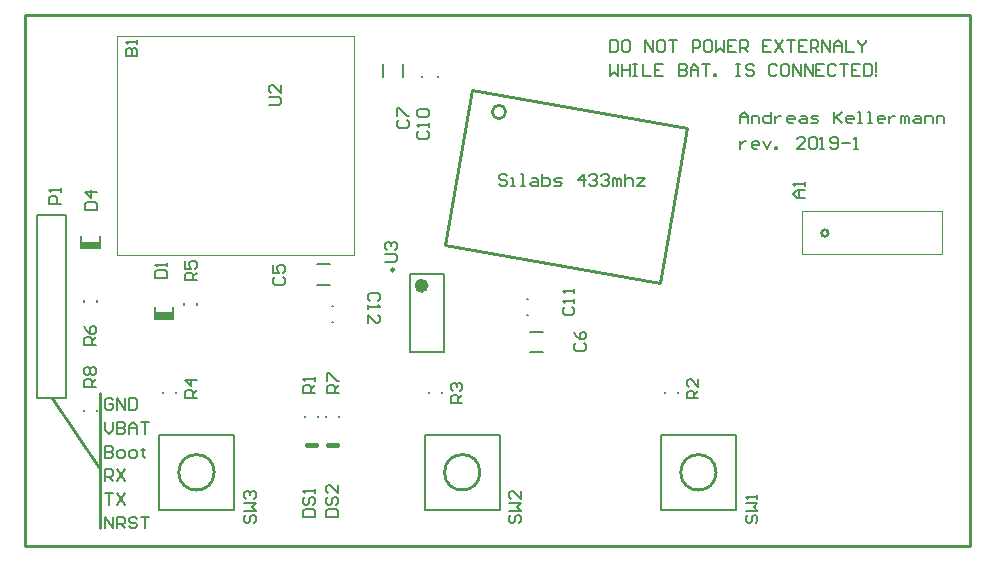
<source format=gto>
G04*
G04 #@! TF.GenerationSoftware,Altium Limited,Altium Designer,19.0.15 (446)*
G04*
G04 Layer_Color=65535*
%FSLAX25Y25*%
%MOIN*%
G70*
G01*
G75*
%ADD10C,0.01000*%
%ADD11C,0.00984*%
%ADD12C,0.02362*%
%ADD13C,0.00787*%
%ADD14C,0.00394*%
%ADD15C,0.01575*%
%ADD16R,0.06299X0.02362*%
D10*
X150308Y134899D02*
G03*
X150308Y134899I-2236J0D01*
G01*
X257831Y94488D02*
G03*
X257831Y94488I-1118J0D01*
G01*
X53150Y14764D02*
G03*
X53150Y14764I-5906J0D01*
G01*
X220472D02*
G03*
X220472Y14764I-5906J0D01*
G01*
X141732D02*
G03*
X141732Y14764I-5906J0D01*
G01*
X14961Y-3937D02*
X14961Y41142D01*
Y15748D02*
Y41142D01*
X-984Y39370D02*
X14961Y15748D01*
X201648Y78025D02*
X210720Y129475D01*
X130114Y90639D02*
X201648Y78025D01*
X130114Y90639D02*
X139186Y142089D01*
X210720Y129475D01*
X-9843Y-9843D02*
X305118D01*
Y167323D01*
X-9843D02*
X305118D01*
X-9843Y-9843D02*
Y167323D01*
D11*
X113130Y82284D02*
G03*
X113130Y82284I-492J0D01*
G01*
D12*
X123465Y76968D02*
G03*
X123465Y76968I-1181J0D01*
G01*
D13*
X13976Y35236D02*
Y35630D01*
X9646Y35236D02*
Y35630D01*
X158268Y54724D02*
X162598D01*
X158268Y61417D02*
X162598D01*
X157283Y67224D02*
X157677D01*
X157283Y72539D02*
X157677D01*
X118347Y54921D02*
Y80905D01*
X129764Y54921D02*
Y80905D01*
X118347D02*
X129764D01*
X118347Y54921D02*
X129764D01*
X115984Y146457D02*
Y150787D01*
X109291Y146457D02*
Y150787D01*
X127657Y146457D02*
Y146850D01*
X122343Y146457D02*
Y146850D01*
X8661Y89478D02*
X14961D01*
Y93415D01*
X8661Y89478D02*
Y93415D01*
X3917Y39469D02*
Y100453D01*
X-5886Y39469D02*
Y100453D01*
Y39469D02*
X3917D01*
X-5886Y100453D02*
X3917D01*
X13976Y71653D02*
Y72047D01*
X9646Y71653D02*
Y72047D01*
X43110Y70669D02*
Y71063D01*
X47441Y70669D02*
Y71063D01*
X33268Y65945D02*
Y69882D01*
X39567Y65945D02*
Y69882D01*
X33268Y65945D02*
X39567D01*
X87402Y84055D02*
X91732D01*
X87402Y77362D02*
X91732D01*
X92323Y70177D02*
X92716D01*
X92323Y64862D02*
X92716D01*
X94685Y33268D02*
Y33661D01*
X90354Y33268D02*
Y33661D01*
X83465Y33268D02*
Y33661D01*
X87795Y33268D02*
Y33661D01*
X36220Y41142D02*
Y41535D01*
X40551D02*
X40551Y41142D01*
X59685Y2323D02*
Y27165D01*
X34843D02*
X59685D01*
X34843Y2323D02*
Y27165D01*
Y2323D02*
X59685D01*
X203583Y41142D02*
Y41535D01*
X207913Y41142D02*
Y41535D01*
X227008Y2323D02*
Y27165D01*
X202165D02*
X227008D01*
X202165Y2323D02*
Y27165D01*
Y2323D02*
X227008D01*
X129173Y41142D02*
Y41535D01*
X124843D02*
X124843Y41142D01*
X148268Y2323D02*
Y27165D01*
X123425D02*
X148268D01*
X123425Y2323D02*
Y27165D01*
Y2323D02*
X148268D01*
X228346Y125127D02*
Y122503D01*
Y123815D01*
X229002Y124471D01*
X229658Y125127D01*
X230314D01*
X234250Y122503D02*
X232938D01*
X232282Y123159D01*
Y124471D01*
X232938Y125127D01*
X234250D01*
X234906Y124471D01*
Y123815D01*
X232282D01*
X236218Y125127D02*
X237530Y122503D01*
X238842Y125127D01*
X240154Y122503D02*
Y123159D01*
X240810D01*
Y122503D01*
X240154D01*
X249993D02*
X247369D01*
X249993Y125127D01*
Y125783D01*
X249337Y126439D01*
X248025D01*
X247369Y125783D01*
X251305D02*
X251961Y126439D01*
X253273D01*
X253929Y125783D01*
Y123159D01*
X253273Y122503D01*
X251961D01*
X251305Y123159D01*
Y125783D01*
X255241Y122503D02*
X256553D01*
X255897D01*
Y126439D01*
X255241Y125783D01*
X258521Y123159D02*
X259176Y122503D01*
X260488D01*
X261144Y123159D01*
Y125783D01*
X260488Y126439D01*
X259176D01*
X258521Y125783D01*
Y125127D01*
X259176Y124471D01*
X261144D01*
X262456D02*
X265080D01*
X266392Y122503D02*
X267704D01*
X267048D01*
Y126439D01*
X266392Y125783D01*
X228346Y131068D02*
Y133692D01*
X229658Y135004D01*
X230970Y133692D01*
Y131068D01*
Y133036D01*
X228346D01*
X232282Y131068D02*
Y133692D01*
X234250D01*
X234906Y133036D01*
Y131068D01*
X238842Y135004D02*
Y131068D01*
X236874D01*
X236218Y131724D01*
Y133036D01*
X236874Y133692D01*
X238842D01*
X240154D02*
Y131068D01*
Y132380D01*
X240810Y133036D01*
X241466Y133692D01*
X242122D01*
X246057Y131068D02*
X244745D01*
X244089Y131724D01*
Y133036D01*
X244745Y133692D01*
X246057D01*
X246713Y133036D01*
Y132380D01*
X244089D01*
X248681Y133692D02*
X249993D01*
X250649Y133036D01*
Y131068D01*
X248681D01*
X248025Y131724D01*
X248681Y132380D01*
X250649D01*
X251961Y131068D02*
X253929D01*
X254585Y131724D01*
X253929Y132380D01*
X252617D01*
X251961Y133036D01*
X252617Y133692D01*
X254585D01*
X259832Y135004D02*
Y131068D01*
Y132380D01*
X262456Y135004D01*
X260488Y133036D01*
X262456Y131068D01*
X265736D02*
X264424D01*
X263768Y131724D01*
Y133036D01*
X264424Y133692D01*
X265736D01*
X266392Y133036D01*
Y132380D01*
X263768D01*
X267704Y131068D02*
X269016D01*
X268360D01*
Y135004D01*
X267704D01*
X270984Y131068D02*
X272296D01*
X271640D01*
Y135004D01*
X270984D01*
X276231Y131068D02*
X274919D01*
X274263Y131724D01*
Y133036D01*
X274919Y133692D01*
X276231D01*
X276887Y133036D01*
Y132380D01*
X274263D01*
X278199Y133692D02*
Y131068D01*
Y132380D01*
X278855Y133036D01*
X279511Y133692D01*
X280167D01*
X282135Y131068D02*
Y133692D01*
X282791D01*
X283447Y133036D01*
Y131068D01*
Y133036D01*
X284103Y133692D01*
X284759Y133036D01*
Y131068D01*
X286727Y133692D02*
X288038D01*
X288695Y133036D01*
Y131068D01*
X286727D01*
X286071Y131724D01*
X286727Y132380D01*
X288695D01*
X290006Y131068D02*
Y133692D01*
X291974D01*
X292630Y133036D01*
Y131068D01*
X293942D02*
Y133692D01*
X295910D01*
X296566Y133036D01*
Y131068D01*
X185039Y150786D02*
Y146850D01*
X186351Y148162D01*
X187663Y146850D01*
Y150786D01*
X188975D02*
Y146850D01*
Y148818D01*
X191599D01*
Y150786D01*
Y146850D01*
X192911Y150786D02*
X194223D01*
X193567D01*
Y146850D01*
X192911D01*
X194223D01*
X196191Y150786D02*
Y146850D01*
X198814D01*
X202750Y150786D02*
X200126D01*
Y146850D01*
X202750D01*
X200126Y148818D02*
X201438D01*
X207998Y150786D02*
Y146850D01*
X209966D01*
X210622Y147506D01*
Y148162D01*
X209966Y148818D01*
X207998D01*
X209966D01*
X210622Y149474D01*
Y150130D01*
X209966Y150786D01*
X207998D01*
X211934Y146850D02*
Y149474D01*
X213246Y150786D01*
X214557Y149474D01*
Y146850D01*
Y148818D01*
X211934D01*
X215869Y150786D02*
X218493D01*
X217181D01*
Y146850D01*
X219805D02*
Y147506D01*
X220461D01*
Y146850D01*
X219805D01*
X227021Y150786D02*
X228332D01*
X227677D01*
Y146850D01*
X227021D01*
X228332D01*
X232924Y150130D02*
X232268Y150786D01*
X230956D01*
X230300Y150130D01*
Y149474D01*
X230956Y148818D01*
X232268D01*
X232924Y148162D01*
Y147506D01*
X232268Y146850D01*
X230956D01*
X230300Y147506D01*
X240796Y150130D02*
X240140Y150786D01*
X238828D01*
X238172Y150130D01*
Y147506D01*
X238828Y146850D01*
X240140D01*
X240796Y147506D01*
X244075Y150786D02*
X242763D01*
X242108Y150130D01*
Y147506D01*
X242763Y146850D01*
X244075D01*
X244731Y147506D01*
Y150130D01*
X244075Y150786D01*
X246043Y146850D02*
Y150786D01*
X248667Y146850D01*
Y150786D01*
X249979Y146850D02*
Y150786D01*
X252603Y146850D01*
Y150786D01*
X256539D02*
X253915D01*
Y146850D01*
X256539D01*
X253915Y148818D02*
X255227D01*
X260474Y150130D02*
X259818Y150786D01*
X258506D01*
X257851Y150130D01*
Y147506D01*
X258506Y146850D01*
X259818D01*
X260474Y147506D01*
X261786Y150786D02*
X264410D01*
X263098D01*
Y146850D01*
X268346Y150786D02*
X265722D01*
Y146850D01*
X268346D01*
X265722Y148818D02*
X267034D01*
X269658Y150786D02*
Y146850D01*
X271626D01*
X272282Y147506D01*
Y150130D01*
X271626Y150786D01*
X269658D01*
X273593Y148162D02*
Y151442D01*
Y147506D02*
Y146850D01*
X185039Y158857D02*
Y154921D01*
X187007D01*
X187663Y155577D01*
Y158201D01*
X187007Y158857D01*
X185039D01*
X190943D02*
X189631D01*
X188975Y158201D01*
Y155577D01*
X189631Y154921D01*
X190943D01*
X191599Y155577D01*
Y158201D01*
X190943Y158857D01*
X196847Y154921D02*
Y158857D01*
X199470Y154921D01*
Y158857D01*
X202750D02*
X201438D01*
X200782Y158201D01*
Y155577D01*
X201438Y154921D01*
X202750D01*
X203406Y155577D01*
Y158201D01*
X202750Y158857D01*
X204718D02*
X207342D01*
X206030D01*
Y154921D01*
X212590D02*
Y158857D01*
X214557D01*
X215213Y158201D01*
Y156889D01*
X214557Y156233D01*
X212590D01*
X218493Y158857D02*
X217181D01*
X216525Y158201D01*
Y155577D01*
X217181Y154921D01*
X218493D01*
X219149Y155577D01*
Y158201D01*
X218493Y158857D01*
X220461D02*
Y154921D01*
X221773Y156233D01*
X223085Y154921D01*
Y158857D01*
X227021D02*
X224397D01*
Y154921D01*
X227021D01*
X224397Y156889D02*
X225709D01*
X228332Y154921D02*
Y158857D01*
X230300D01*
X230956Y158201D01*
Y156889D01*
X230300Y156233D01*
X228332D01*
X229644D02*
X230956Y154921D01*
X238828Y158857D02*
X236204D01*
Y154921D01*
X238828D01*
X236204Y156889D02*
X237516D01*
X240140Y158857D02*
X242763Y154921D01*
Y158857D02*
X240140Y154921D01*
X244075Y158857D02*
X246699D01*
X245387D01*
Y154921D01*
X250635Y158857D02*
X248011D01*
Y154921D01*
X250635D01*
X248011Y156889D02*
X249323D01*
X251947Y154921D02*
Y158857D01*
X253915D01*
X254571Y158201D01*
Y156889D01*
X253915Y156233D01*
X251947D01*
X253259D02*
X254571Y154921D01*
X255883D02*
Y158857D01*
X258506Y154921D01*
Y158857D01*
X259818Y154921D02*
Y157545D01*
X261130Y158857D01*
X262442Y157545D01*
Y154921D01*
Y156889D01*
X259818D01*
X263754Y158857D02*
Y154921D01*
X266378D01*
X267690Y158857D02*
Y158201D01*
X269002Y156889D01*
X270314Y158201D01*
Y158857D01*
X269002Y156889D02*
Y154921D01*
X150696Y113402D02*
X150040Y114058D01*
X148728D01*
X148072Y113402D01*
Y112747D01*
X148728Y112091D01*
X150040D01*
X150696Y111435D01*
Y110779D01*
X150040Y110123D01*
X148728D01*
X148072Y110779D01*
X152008Y110123D02*
X153320D01*
X152664D01*
Y112747D01*
X152008D01*
X155288Y110123D02*
X156600D01*
X155944D01*
Y114058D01*
X155288D01*
X159224Y112747D02*
X160536D01*
X161191Y112091D01*
Y110123D01*
X159224D01*
X158568Y110779D01*
X159224Y111435D01*
X161191D01*
X162503Y114058D02*
Y110123D01*
X164471D01*
X165127Y110779D01*
Y111435D01*
Y112091D01*
X164471Y112747D01*
X162503D01*
X166439Y110123D02*
X168407D01*
X169063Y110779D01*
X168407Y111435D01*
X167095D01*
X166439Y112091D01*
X167095Y112747D01*
X169063D01*
X176278Y110123D02*
Y114058D01*
X174311Y112091D01*
X176934D01*
X178246Y113402D02*
X178902Y114058D01*
X180214D01*
X180870Y113402D01*
Y112747D01*
X180214Y112091D01*
X179558D01*
X180214D01*
X180870Y111435D01*
Y110779D01*
X180214Y110123D01*
X178902D01*
X178246Y110779D01*
X182182Y113402D02*
X182838Y114058D01*
X184150D01*
X184806Y113402D01*
Y112747D01*
X184150Y112091D01*
X183494D01*
X184150D01*
X184806Y111435D01*
Y110779D01*
X184150Y110123D01*
X182838D01*
X182182Y110779D01*
X186118Y110123D02*
Y112747D01*
X186774D01*
X187430Y112091D01*
Y110123D01*
Y112091D01*
X188086Y112747D01*
X188742Y112091D01*
Y110123D01*
X190054Y114058D02*
Y110123D01*
Y112091D01*
X190709Y112747D01*
X192022D01*
X192677Y112091D01*
Y110123D01*
X193989Y112747D02*
X196613D01*
X193989Y110123D01*
X196613D01*
X16878Y-3937D02*
Y-1D01*
X19502Y-3937D01*
Y-1D01*
X20814Y-3937D02*
Y-1D01*
X22782D01*
X23438Y-657D01*
Y-1969D01*
X22782Y-2625D01*
X20814D01*
X22126D02*
X23438Y-3937D01*
X27373Y-657D02*
X26717Y-1D01*
X25405D01*
X24749Y-657D01*
Y-1313D01*
X25405Y-1969D01*
X26717D01*
X27373Y-2625D01*
Y-3281D01*
X26717Y-3937D01*
X25405D01*
X24749Y-3281D01*
X28685Y-1D02*
X31309D01*
X29997D01*
Y-3937D01*
X16878Y7873D02*
X19502D01*
X18190D01*
Y3937D01*
X20814Y7873D02*
X23438Y3937D01*
Y7873D02*
X20814Y3937D01*
X16878Y11811D02*
Y15747D01*
X18846D01*
X19502Y15091D01*
Y13779D01*
X18846Y13123D01*
X16878D01*
X18190D02*
X19502Y11811D01*
X20814Y15747D02*
X23438Y11811D01*
Y15747D02*
X20814Y11811D01*
X16878Y23621D02*
Y19685D01*
X18846D01*
X19502Y20341D01*
Y20997D01*
X18846Y21653D01*
X16878D01*
X18846D01*
X19502Y22309D01*
Y22965D01*
X18846Y23621D01*
X16878D01*
X21470Y19685D02*
X22782D01*
X23438Y20341D01*
Y21653D01*
X22782Y22309D01*
X21470D01*
X20814Y21653D01*
Y20341D01*
X21470Y19685D01*
X25405D02*
X26717D01*
X27373Y20341D01*
Y21653D01*
X26717Y22309D01*
X25405D01*
X24749Y21653D01*
Y20341D01*
X25405Y19685D01*
X29341Y22965D02*
Y22309D01*
X28685D01*
X29997D01*
X29341D01*
Y20341D01*
X29997Y19685D01*
X16878Y31495D02*
Y28871D01*
X18190Y27559D01*
X19502Y28871D01*
Y31495D01*
X20814D02*
Y27559D01*
X22782D01*
X23438Y28215D01*
Y28871D01*
X22782Y29527D01*
X20814D01*
X22782D01*
X23438Y30183D01*
Y30839D01*
X22782Y31495D01*
X20814D01*
X24749Y27559D02*
Y30183D01*
X26061Y31495D01*
X27373Y30183D01*
Y27559D01*
Y29527D01*
X24749D01*
X28685Y31495D02*
X31309D01*
X29997D01*
Y27559D01*
X19502Y38713D02*
X18846Y39369D01*
X17534D01*
X16878Y38713D01*
Y36089D01*
X17534Y35433D01*
X18846D01*
X19502Y36089D01*
Y37401D01*
X18190D01*
X20814Y35433D02*
Y39369D01*
X23438Y35433D01*
Y39369D01*
X24749D02*
Y35433D01*
X26717D01*
X27373Y36089D01*
Y38713D01*
X26717Y39369D01*
X24749D01*
X13780Y43307D02*
X9844D01*
Y45275D01*
X10500Y45931D01*
X11812D01*
X12468Y45275D01*
Y43307D01*
Y44619D02*
X13780Y45931D01*
X10500Y47243D02*
X9844Y47899D01*
Y49211D01*
X10500Y49867D01*
X11156D01*
X11812Y49211D01*
X12468Y49867D01*
X13124D01*
X13780Y49211D01*
Y47899D01*
X13124Y47243D01*
X12468D01*
X11812Y47899D01*
X11156Y47243D01*
X10500D01*
X11812Y47899D02*
Y49211D01*
X121563Y128608D02*
X120907Y127952D01*
Y126640D01*
X121563Y125984D01*
X124187D01*
X124843Y126640D01*
Y127952D01*
X124187Y128608D01*
X124843Y129920D02*
Y131232D01*
Y130576D01*
X120907D01*
X121563Y129920D01*
Y133200D02*
X120907Y133856D01*
Y135168D01*
X121563Y135824D01*
X124187D01*
X124843Y135168D01*
Y133856D01*
X124187Y133200D01*
X121563D01*
X94685Y41142D02*
X90749D01*
Y43110D01*
X91405Y43766D01*
X92717D01*
X93373Y43110D01*
Y41142D01*
Y42454D02*
X94685Y43766D01*
X90749Y45077D02*
Y47701D01*
X91405D01*
X94029Y45077D01*
X94685D01*
X90552Y0D02*
X94488D01*
Y1968D01*
X93832Y2624D01*
X91208D01*
X90552Y1968D01*
Y0D01*
X91208Y6560D02*
X90552Y5904D01*
Y4592D01*
X91208Y3936D01*
X91864D01*
X92520Y4592D01*
Y5904D01*
X93176Y6560D01*
X93832D01*
X94488Y5904D01*
Y4592D01*
X93832Y3936D01*
X94488Y10495D02*
Y7871D01*
X91864Y10495D01*
X91208D01*
X90552Y9839D01*
Y8527D01*
X91208Y7871D01*
X47441Y78740D02*
X43505D01*
Y80708D01*
X44161Y81364D01*
X45473D01*
X46129Y80708D01*
Y78740D01*
Y80052D02*
X47441Y81364D01*
X43505Y85300D02*
Y82676D01*
X45473D01*
X44817Y83988D01*
Y84644D01*
X45473Y85300D01*
X46785D01*
X47441Y84644D01*
Y83332D01*
X46785Y82676D01*
X63649Y655D02*
X62993Y-1D01*
Y-1312D01*
X63649Y-1969D01*
X64305D01*
X64961Y-1312D01*
Y-1D01*
X65617Y655D01*
X66273D01*
X66929Y-1D01*
Y-1312D01*
X66273Y-1969D01*
X62993Y1967D02*
X66929D01*
X65617Y3279D01*
X66929Y4591D01*
X62993D01*
X63649Y5903D02*
X62993Y6559D01*
Y7871D01*
X63649Y8527D01*
X64305D01*
X64961Y7871D01*
Y7215D01*
Y7871D01*
X65617Y8527D01*
X66273D01*
X66929Y7871D01*
Y6559D01*
X66273Y5903D01*
X152232Y655D02*
X151576Y-1D01*
Y-1312D01*
X152232Y-1969D01*
X152888D01*
X153544Y-1312D01*
Y-1D01*
X154200Y655D01*
X154856D01*
X155512Y-1D01*
Y-1312D01*
X154856Y-1969D01*
X151576Y1967D02*
X155512D01*
X154200Y3279D01*
X155512Y4591D01*
X151576D01*
X155512Y8527D02*
Y5903D01*
X152888Y8527D01*
X152232D01*
X151576Y7871D01*
Y6559D01*
X152232Y5903D01*
X230972Y655D02*
X230316Y-1D01*
Y-1312D01*
X230972Y-1969D01*
X231628D01*
X232284Y-1312D01*
Y-1D01*
X232940Y655D01*
X233596D01*
X234252Y-1D01*
Y-1312D01*
X233596Y-1969D01*
X230316Y1967D02*
X234252D01*
X232940Y3279D01*
X234252Y4591D01*
X230316D01*
X234252Y5903D02*
Y7215D01*
Y6559D01*
X230316D01*
X230972Y5903D01*
X82678Y0D02*
X86614D01*
Y1968D01*
X85958Y2624D01*
X83334D01*
X82678Y1968D01*
Y0D01*
X83334Y6560D02*
X82678Y5904D01*
Y4592D01*
X83334Y3936D01*
X83990D01*
X84646Y4592D01*
Y5904D01*
X85302Y6560D01*
X85958D01*
X86614Y5904D01*
Y4592D01*
X85958Y3936D01*
X86614Y7871D02*
Y9183D01*
Y8527D01*
X82678D01*
X83334Y7871D01*
X110238Y84961D02*
X113517D01*
X114173Y85617D01*
Y86928D01*
X113517Y87585D01*
X110238D01*
X110893Y88896D02*
X110238Y89552D01*
Y90864D01*
X110893Y91520D01*
X111549D01*
X112205Y90864D01*
Y90208D01*
Y90864D01*
X112861Y91520D01*
X113517D01*
X114173Y90864D01*
Y89552D01*
X113517Y88896D01*
X13780Y57087D02*
X9844D01*
Y59054D01*
X10500Y59710D01*
X11812D01*
X12468Y59054D01*
Y57087D01*
Y58398D02*
X13780Y59710D01*
X9844Y63646D02*
X10500Y62334D01*
X11812Y61022D01*
X13124D01*
X13780Y61678D01*
Y62990D01*
X13124Y63646D01*
X12468D01*
X11812Y62990D01*
Y61022D01*
X86614Y41142D02*
X82678D01*
Y43110D01*
X83334Y43766D01*
X84646D01*
X85302Y43110D01*
Y41142D01*
Y42454D02*
X86614Y43766D01*
Y45077D02*
Y46389D01*
Y45733D01*
X82678D01*
X83334Y45077D01*
X47441Y39469D02*
X43505D01*
Y41436D01*
X44161Y42092D01*
X45473D01*
X46129Y41436D01*
Y39469D01*
Y40780D02*
X47441Y42092D01*
Y45372D02*
X43505D01*
X45473Y43404D01*
Y46028D01*
X135897Y37992D02*
X131962D01*
Y39960D01*
X132618Y40616D01*
X133930D01*
X134585Y39960D01*
Y37992D01*
Y39304D02*
X135897Y40616D01*
X132618Y41928D02*
X131962Y42584D01*
Y43896D01*
X132618Y44552D01*
X133274D01*
X133930Y43896D01*
Y43240D01*
Y43896D01*
X134585Y44552D01*
X135241D01*
X135897Y43896D01*
Y42584D01*
X135241Y41928D01*
X71468Y137200D02*
X74748D01*
X75404Y137856D01*
Y139167D01*
X74748Y139823D01*
X71468D01*
X75404Y143759D02*
Y141135D01*
X72780Y143759D01*
X72124D01*
X71468Y143103D01*
Y141791D01*
X72124Y141135D01*
X214567Y39370D02*
X210631D01*
Y41338D01*
X211287Y41994D01*
X212599D01*
X213255Y41338D01*
Y39370D01*
Y40682D02*
X214567Y41994D01*
Y45930D02*
Y43306D01*
X211943Y45930D01*
X211287D01*
X210631Y45274D01*
Y43962D01*
X211287Y43306D01*
X1969Y104331D02*
X-1967D01*
Y106299D01*
X-1311Y106955D01*
X1D01*
X657Y106299D01*
Y104331D01*
X1969Y108266D02*
Y109578D01*
Y108922D01*
X-1967D01*
X-1311Y108266D01*
X10041Y102273D02*
X13976D01*
Y104241D01*
X13320Y104897D01*
X10697D01*
X10041Y104241D01*
Y102273D01*
X13976Y108177D02*
X10041D01*
X12009Y106209D01*
Y108833D01*
X33466Y79433D02*
X37402D01*
Y81401D01*
X36746Y82057D01*
X34122D01*
X33466Y81401D01*
Y79433D01*
X37402Y83369D02*
Y84681D01*
Y84025D01*
X33466D01*
X34122Y83369D01*
X107610Y71786D02*
X108266Y72442D01*
Y73753D01*
X107610Y74410D01*
X104987D01*
X104331Y73753D01*
Y72442D01*
X104987Y71786D01*
X104331Y70474D02*
Y69162D01*
Y69818D01*
X108266D01*
X107610Y70474D01*
X104331Y64570D02*
Y67194D01*
X106955Y64570D01*
X107610D01*
X108266Y65226D01*
Y66538D01*
X107610Y67194D01*
X169949Y69848D02*
X169293Y69192D01*
Y67880D01*
X169949Y67224D01*
X172572D01*
X173228Y67880D01*
Y69192D01*
X172572Y69848D01*
X173228Y71160D02*
Y72472D01*
Y71816D01*
X169293D01*
X169949Y71160D01*
X173228Y74440D02*
Y75752D01*
Y75096D01*
X169293D01*
X169949Y74440D01*
X114831Y132099D02*
X114174Y131443D01*
Y130131D01*
X114831Y129475D01*
X117454D01*
X118110Y130131D01*
Y131443D01*
X117454Y132099D01*
X114174Y133411D02*
Y136035D01*
X114831D01*
X117454Y133411D01*
X118110D01*
X173886Y57742D02*
X173230Y57086D01*
Y55774D01*
X173886Y55118D01*
X176509D01*
X177165Y55774D01*
Y57086D01*
X176509Y57742D01*
X173230Y61678D02*
X173886Y60366D01*
X175198Y59054D01*
X176509D01*
X177165Y59710D01*
Y61022D01*
X176509Y61678D01*
X175853D01*
X175198Y61022D01*
Y59054D01*
X73492Y79986D02*
X72836Y79330D01*
Y78018D01*
X73492Y77362D01*
X76116D01*
X76772Y78018D01*
Y79330D01*
X76116Y79986D01*
X72836Y83922D02*
Y81298D01*
X74804D01*
X74148Y82610D01*
Y83266D01*
X74804Y83922D01*
X76116D01*
X76772Y83266D01*
Y81954D01*
X76116Y81298D01*
X23623Y153543D02*
X27559D01*
Y155511D01*
X26903Y156167D01*
X26247D01*
X25591Y155511D01*
Y153543D01*
Y155511D01*
X24935Y156167D01*
X24279D01*
X23623Y155511D01*
Y153543D01*
X27559Y157479D02*
Y158791D01*
Y158135D01*
X23623D01*
X24279Y157479D01*
X250000Y106299D02*
X247376D01*
X246064Y107611D01*
X247376Y108923D01*
X250000D01*
X248032D01*
Y106299D01*
X250000Y110235D02*
Y111547D01*
Y110891D01*
X246064D01*
X246720Y110235D01*
D14*
X249213Y101988D02*
X295713Y101988D01*
Y87488D02*
Y101988D01*
X249213Y87488D02*
X295713D01*
X249213D02*
Y101988D01*
X20815Y127358D02*
Y156858D01*
Y160358D01*
X59315D01*
X98315D01*
X99815D01*
Y123858D02*
Y160358D01*
X20815Y123858D02*
Y127358D01*
X99815Y120358D02*
Y123858D01*
X20815Y87358D02*
Y123858D01*
Y87358D02*
X22315D01*
X61315D01*
X99815D01*
Y90858D01*
Y120358D01*
D15*
X90945Y23720D02*
X94095D01*
X84055D02*
X87205D01*
D16*
X11811Y90660D02*
D03*
X36417Y67127D02*
D03*
M02*

</source>
